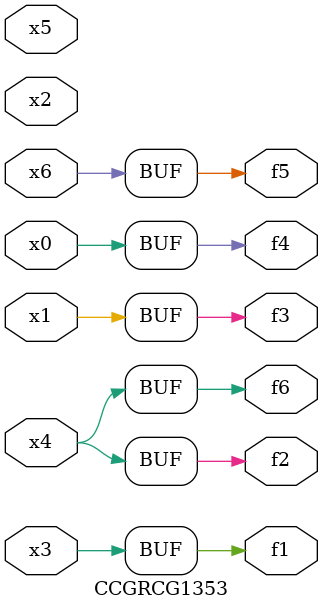
<source format=v>
module CCGRCG1353(
	input x0, x1, x2, x3, x4, x5, x6,
	output f1, f2, f3, f4, f5, f6
);
	assign f1 = x3;
	assign f2 = x4;
	assign f3 = x1;
	assign f4 = x0;
	assign f5 = x6;
	assign f6 = x4;
endmodule

</source>
